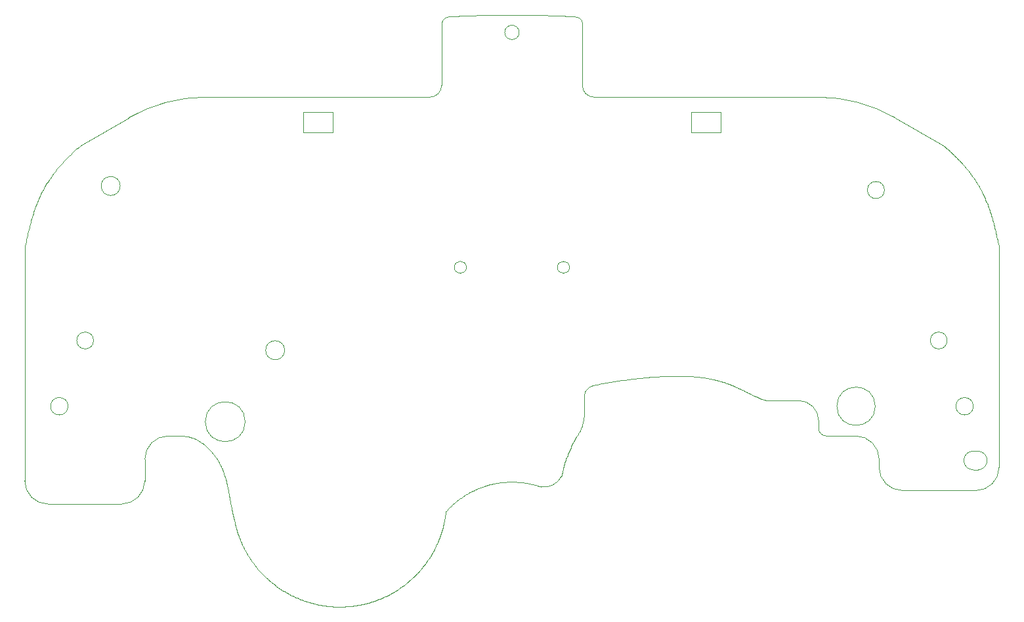
<source format=gbr>
%TF.GenerationSoftware,KiCad,Pcbnew,7.0.6*%
%TF.CreationDate,2023-12-15T21:48:44-08:00*%
%TF.ProjectId,UGC_Main,5547435f-4d61-4696-9e2e-6b696361645f,rev?*%
%TF.SameCoordinates,Original*%
%TF.FileFunction,Profile,NP*%
%FSLAX46Y46*%
G04 Gerber Fmt 4.6, Leading zero omitted, Abs format (unit mm)*
G04 Created by KiCad (PCBNEW 7.0.6) date 2023-12-15 21:48:44*
%MOMM*%
%LPD*%
G01*
G04 APERTURE LIST*
%TA.AperFunction,Profile*%
%ADD10C,0.100000*%
%TD*%
%ADD11C,0.100000*%
G04 APERTURE END LIST*
D10*
X212612482Y-116484400D02*
G75*
G03*
X212612482Y-116484400I-778825J0D01*
G01*
D11*
X210985240Y-84058545D02*
X210883023Y-84064412D01*
X210781126Y-84070379D01*
X210679540Y-84076449D01*
X210578255Y-84082623D01*
X210477263Y-84088904D01*
X210376553Y-84095293D01*
X210336346Y-84097880D01*
X228450425Y-131941646D02*
X228361433Y-132005745D01*
X228277543Y-132076015D01*
X228199064Y-132152145D01*
X228126309Y-132233826D01*
X228059589Y-132320747D01*
X228038744Y-132350833D01*
D10*
X278321867Y-145316467D02*
G75*
G03*
X281321867Y-142316480I33J2999967D01*
G01*
X265841120Y-142316480D02*
G75*
G03*
X268841150Y-145316480I2999980J-20D01*
G01*
X222251395Y-144849219D02*
G75*
G03*
X224868705Y-143478091I366605J2483819D01*
G01*
D11*
X209475667Y-84716150D02*
X209522759Y-84617209D01*
X209580250Y-84524222D01*
X209647594Y-84438011D01*
X209689065Y-84393349D01*
X209985538Y-84186097D02*
X210080691Y-84148418D01*
X210178997Y-84120708D01*
X210279675Y-84103163D01*
X210336346Y-84097880D01*
D10*
X219408657Y-86139125D02*
G75*
G03*
X219408657Y-86139125I-925000J0D01*
G01*
D11*
X218483657Y-83889125D02*
X218599369Y-83889146D01*
X218715142Y-83889211D01*
X218830973Y-83889322D01*
X218946856Y-83889481D01*
X219062787Y-83889689D01*
X219178763Y-83889947D01*
X219294778Y-83890259D01*
X219410828Y-83890624D01*
X219526909Y-83891046D01*
X219643017Y-83891526D01*
X219759147Y-83892065D01*
X219875296Y-83892666D01*
X219991457Y-83893330D01*
X220107629Y-83894059D01*
X220223805Y-83894854D01*
X220339982Y-83895718D01*
X220456155Y-83896652D01*
X220572320Y-83897657D01*
X220688473Y-83898736D01*
X220804609Y-83899891D01*
X220920724Y-83901122D01*
X221036814Y-83902433D01*
X221152874Y-83903824D01*
X221268900Y-83905297D01*
X221384888Y-83906854D01*
X221500834Y-83908497D01*
X221616732Y-83910227D01*
X221732579Y-83912047D01*
X221848370Y-83913957D01*
X221964102Y-83915961D01*
X222079769Y-83918058D01*
X222195368Y-83920253D01*
D10*
X227566517Y-92997189D02*
X227566517Y-85095801D01*
X257941670Y-94497189D02*
X229066517Y-94497189D01*
X225912482Y-116484400D02*
G75*
G03*
X225912482Y-116484400I-778825J0D01*
G01*
D11*
X277698333Y-104472377D02*
X277779926Y-104583492D01*
X277859560Y-104693757D01*
X277937268Y-104803167D01*
X278013084Y-104911719D01*
X278087041Y-105019408D01*
X278159175Y-105126230D01*
X278229517Y-105232182D01*
X278298103Y-105337260D01*
X278364965Y-105441460D01*
X278430138Y-105544779D01*
X278493655Y-105647211D01*
X278555551Y-105748754D01*
X278615857Y-105849403D01*
X278674610Y-105949155D01*
X278731842Y-106048006D01*
X278787587Y-106145951D01*
X278841878Y-106242988D01*
X278894750Y-106339112D01*
X278946237Y-106434319D01*
X278996371Y-106528605D01*
X279045187Y-106621968D01*
X279092719Y-106714401D01*
X279139000Y-106805903D01*
X279184064Y-106896469D01*
X279270676Y-107074777D01*
X279352826Y-107249295D01*
X279430783Y-107419991D01*
X279504817Y-107586835D01*
X228038744Y-132350833D02*
X227979905Y-132445396D01*
X227928310Y-132543927D01*
X227884158Y-132646010D01*
X227847648Y-132751231D01*
X181179744Y-142700619D02*
X181114439Y-142559180D01*
X181054115Y-142429426D01*
X180998421Y-142310588D01*
X180947009Y-142201896D01*
X180899529Y-142102581D01*
X180855634Y-142011872D01*
X180795747Y-141890262D01*
X180741961Y-141783688D01*
X180693098Y-141689552D01*
X180633569Y-141578895D01*
X180577908Y-141479575D01*
X180537020Y-141408821D01*
X177575211Y-138627852D02*
X177454684Y-138584496D01*
X177343350Y-138545219D01*
X177239918Y-138509748D01*
X177143096Y-138477810D01*
X177007437Y-138435933D01*
X176879394Y-138400471D01*
X176754610Y-138370506D01*
X176628731Y-138345118D01*
X176497401Y-138323385D01*
X176356264Y-138304388D01*
X176254574Y-138292790D01*
X176145298Y-138281725D01*
X176027148Y-138270923D01*
X182699386Y-149273620D02*
X182720528Y-149375346D01*
X182742753Y-149478286D01*
X182766093Y-149582442D01*
X182790585Y-149687817D01*
D10*
X158645447Y-147066480D02*
X168126164Y-147066480D01*
X277983657Y-140231170D02*
G75*
G03*
X277983657Y-142637630I43J-1203230D01*
G01*
D11*
X226904305Y-138215947D02*
X226957241Y-138129562D01*
X227010725Y-138043516D01*
X227017898Y-138032070D01*
X218746843Y-144205999D02*
X218641104Y-144204032D01*
X218535396Y-144203055D01*
X218486620Y-144202937D01*
D10*
X277983657Y-140231170D02*
X278583657Y-140231170D01*
X274119567Y-100731685D02*
X267916864Y-97162383D01*
X207900797Y-94497189D02*
X179025644Y-94497189D01*
D11*
X183592474Y-152072652D02*
X183638289Y-152175278D01*
X183684931Y-152277518D01*
X183732398Y-152379368D01*
X183780687Y-152480824D01*
X183829798Y-152581881D01*
X183879726Y-152682535D01*
X183930470Y-152782783D01*
X183982028Y-152882620D01*
X184034398Y-152982041D01*
X184087577Y-153081044D01*
X184123479Y-153146811D01*
D10*
X207900797Y-94497197D02*
G75*
G03*
X209400797Y-92997189I3J1499997D01*
G01*
X191583657Y-99034400D02*
X191583657Y-96434400D01*
X251641099Y-133700615D02*
X255464183Y-133700615D01*
D11*
X214350983Y-144966617D02*
X214228978Y-145014715D01*
X214107600Y-145064201D01*
X213986859Y-145115068D01*
X213866766Y-145167308D01*
X213747333Y-145220915D01*
X213628570Y-145275883D01*
X213510490Y-145332203D01*
X213393103Y-145389870D01*
X213276420Y-145448875D01*
X213160453Y-145509214D01*
X213045213Y-145570877D01*
X212930711Y-145633860D01*
X212816958Y-145698154D01*
X212703966Y-145763752D01*
X212591746Y-145830649D01*
X212480309Y-145898837D01*
X212369666Y-145968308D01*
X212259829Y-146039057D01*
X212150809Y-146111076D01*
X212042616Y-146184359D01*
X211935263Y-146258898D01*
X211828760Y-146334686D01*
X211723119Y-146411718D01*
X211618351Y-146489985D01*
X211514467Y-146569481D01*
X211411478Y-146650199D01*
X211309396Y-146732132D01*
X211208232Y-146815273D01*
X211107997Y-146899615D01*
X211008702Y-146985152D01*
X210910359Y-147071877D01*
X210812979Y-147159782D01*
D10*
X278583657Y-142637630D02*
X277983657Y-142637630D01*
D11*
X182194110Y-146945036D02*
X182166386Y-146788777D01*
X182140918Y-146645267D01*
X182117555Y-146513655D01*
X182096143Y-146393095D01*
X182076529Y-146282737D01*
X182058562Y-146181732D01*
X182034364Y-146045908D01*
X182013012Y-145926357D01*
X181993990Y-145820214D01*
X181971364Y-145694601D01*
X181950744Y-145580946D01*
X181935863Y-145499471D01*
D10*
X267916872Y-97162369D02*
G75*
G03*
X257941670Y-94497189I-9975172J-17334831D01*
G01*
D11*
X218486620Y-144202937D02*
X218354117Y-144203119D01*
X218221694Y-144204853D01*
X218089361Y-144208135D01*
X217957134Y-144212963D01*
X217825025Y-144219335D01*
X217693047Y-144227249D01*
X217561213Y-144236702D01*
X217429537Y-144247691D01*
X217298032Y-144260216D01*
X217166711Y-144274273D01*
X217035588Y-144289860D01*
X216904675Y-144306975D01*
X216773986Y-144325615D01*
X216643534Y-144345779D01*
X216513332Y-144367464D01*
X216383393Y-144390668D01*
X216253731Y-144415388D01*
X216124359Y-144441622D01*
X215995290Y-144469369D01*
X215866537Y-144498624D01*
X215738114Y-144529388D01*
X215610033Y-144561656D01*
X215482309Y-144595427D01*
X215354953Y-144630699D01*
X215227980Y-144667469D01*
X215101402Y-144705734D01*
X214975233Y-144745494D01*
X214849486Y-144786745D01*
X214724174Y-144829485D01*
X214599311Y-144873712D01*
X214474909Y-144919423D01*
X214350983Y-144966617D01*
X237399724Y-130596286D02*
X237630198Y-130583368D01*
X237861004Y-130571549D01*
X238092069Y-130560881D01*
X238323322Y-130551420D01*
X238554693Y-130543220D01*
X238786109Y-130536335D01*
X239017500Y-130530818D01*
X239248794Y-130526725D01*
X239479920Y-130524108D01*
X239710807Y-130523024D01*
X239941384Y-130523524D01*
X240171579Y-130525665D01*
X240401321Y-130529500D01*
X240630539Y-130535083D01*
X240859161Y-130542468D01*
X241087117Y-130551710D01*
X241314335Y-130562863D01*
X241540744Y-130575980D01*
X241766272Y-130591117D01*
X241990849Y-130608327D01*
X242214403Y-130627664D01*
X242436863Y-130649183D01*
X242658157Y-130672938D01*
X242878215Y-130698982D01*
X243096965Y-130727371D01*
X243314336Y-130758158D01*
X243530256Y-130791398D01*
X243744655Y-130827145D01*
X243957461Y-130865452D01*
X244168602Y-130906375D01*
X244378009Y-130949966D01*
X244585609Y-130996282D01*
X195095996Y-160287545D02*
X195262159Y-160300502D01*
X195428372Y-160311443D01*
X195594618Y-160320369D01*
X195760879Y-160327282D01*
X195927135Y-160332184D01*
X196093371Y-160335078D01*
X196259567Y-160335965D01*
X196425705Y-160334847D01*
X196591768Y-160331727D01*
X196757738Y-160326605D01*
X196923596Y-160319485D01*
X197089326Y-160310368D01*
X197254908Y-160299256D01*
X197420324Y-160286151D01*
X197585558Y-160271056D01*
X197750591Y-160253971D01*
X197915405Y-160234900D01*
X198079982Y-160213843D01*
X198244304Y-160190804D01*
X198408353Y-160165784D01*
X198572111Y-160138784D01*
X198735561Y-160109808D01*
X198898683Y-160078857D01*
X199061461Y-160045933D01*
X199223877Y-160011038D01*
X199385912Y-159974174D01*
X199547548Y-159935343D01*
X199708768Y-159894546D01*
X199869553Y-159851787D01*
X200029886Y-159807067D01*
X200189749Y-159760387D01*
X200349124Y-159711751D01*
X210812979Y-147159782D02*
X210737958Y-147228920D01*
X210663597Y-147298702D01*
X210589897Y-147369125D01*
X210516864Y-147440182D01*
X210444500Y-147511869D01*
X210372809Y-147584180D01*
X210301795Y-147657111D01*
X210231462Y-147730657D01*
X227782036Y-135375479D02*
X227780308Y-135506907D01*
X227775131Y-135638147D01*
X227766515Y-135769131D01*
X227754469Y-135899792D01*
X227739002Y-136030062D01*
X227720124Y-136159874D01*
X227697845Y-136289161D01*
X227672174Y-136417855D01*
X227643120Y-136545889D01*
X227610693Y-136673196D01*
X227587206Y-136757631D01*
D10*
X171126164Y-144066480D02*
X171126164Y-141270923D01*
D11*
X222195368Y-83920253D02*
X222313975Y-83922607D01*
X222432577Y-83925067D01*
X222551172Y-83927635D01*
X222669759Y-83930314D01*
X222788336Y-83933105D01*
X222906902Y-83936010D01*
X223025457Y-83939032D01*
X223143999Y-83942172D01*
X223262527Y-83945434D01*
X223381039Y-83948817D01*
X223499535Y-83952326D01*
X223618013Y-83955962D01*
X223736473Y-83959727D01*
X223854912Y-83963623D01*
X223973331Y-83967652D01*
X224091727Y-83971816D01*
X224210099Y-83976118D01*
X224328447Y-83980559D01*
X224446769Y-83985141D01*
X224565065Y-83989868D01*
X224683332Y-83994740D01*
X224801569Y-83999759D01*
X224919776Y-84004929D01*
X225037952Y-84010251D01*
X225156094Y-84015726D01*
X225274203Y-84021358D01*
X225392276Y-84027148D01*
X225510313Y-84033098D01*
X225628312Y-84039211D01*
X225746273Y-84045488D01*
X225864194Y-84051932D01*
X225982074Y-84058545D01*
X228986631Y-131719390D02*
X229237865Y-131669375D01*
X229490005Y-131620094D01*
X229743034Y-131571569D01*
X229996938Y-131523823D01*
X230251702Y-131476879D01*
X230507310Y-131430760D01*
X230763747Y-131385489D01*
X231020998Y-131341089D01*
X231279047Y-131297583D01*
X231537881Y-131254993D01*
X231797482Y-131213343D01*
X232057837Y-131172655D01*
X232318930Y-131132953D01*
X232580745Y-131094258D01*
X232843269Y-131056595D01*
X233106485Y-131019986D01*
X233370378Y-130984454D01*
X233634933Y-130950022D01*
X233900135Y-130916713D01*
X234165969Y-130884549D01*
X234432419Y-130853554D01*
X234699471Y-130823750D01*
X234967109Y-130795161D01*
X235235318Y-130767809D01*
X235504082Y-130741717D01*
X235773388Y-130716909D01*
X236043219Y-130693406D01*
X236313560Y-130671232D01*
X236584396Y-130650411D01*
X236855712Y-130630964D01*
X237127493Y-130612914D01*
X237399724Y-130596286D01*
D10*
X179025644Y-94497200D02*
G75*
G03*
X169050450Y-97162384I-44J-19999900D01*
G01*
X258039177Y-137270923D02*
G75*
G03*
X259039183Y-138270923I1000023J23D01*
G01*
X184078131Y-136425615D02*
G75*
G03*
X184078131Y-136425615I-2575000J0D01*
G01*
X174126164Y-138270923D02*
X176027148Y-138270923D01*
D11*
X180537020Y-141408821D02*
X180448991Y-141281031D01*
X180367817Y-141163912D01*
X180293026Y-141056764D01*
X180224147Y-140958892D01*
X180160709Y-140869599D01*
X180102240Y-140788187D01*
X180022824Y-140679324D01*
X179951938Y-140584274D01*
X179887991Y-140500685D01*
X179810775Y-140402998D01*
X179739297Y-140315931D01*
X179687188Y-140254247D01*
X222251397Y-144849207D02*
X222145727Y-144812439D01*
X222039729Y-144776730D01*
X221933411Y-144742081D01*
X221826780Y-144708493D01*
X221719846Y-144675968D01*
X221612615Y-144644509D01*
X221505097Y-144614116D01*
X221397298Y-144584791D01*
X221289227Y-144556537D01*
X221180892Y-144529354D01*
X221072300Y-144503245D01*
X220963461Y-144478211D01*
X220854381Y-144454254D01*
X220745068Y-144431376D01*
X220635532Y-144409578D01*
X220525779Y-144388863D01*
X220415818Y-144369231D01*
X220305657Y-144350686D01*
X220195304Y-144333227D01*
X220084766Y-144316857D01*
X219974052Y-144301579D01*
X219863169Y-144287393D01*
X219752126Y-144274301D01*
X219640931Y-144262305D01*
X219529591Y-144251406D01*
X219418115Y-144241608D01*
X219306511Y-144232910D01*
X219194786Y-144225315D01*
X219082949Y-144218825D01*
X218971007Y-144213441D01*
X218858969Y-144209165D01*
X218746843Y-144205999D01*
X224868706Y-143478091D02*
X224903961Y-143304379D01*
X224941090Y-143131058D01*
X224980090Y-142958148D01*
X225020954Y-142785671D01*
X225063680Y-142613646D01*
X225108262Y-142442095D01*
X225154696Y-142271038D01*
X225202977Y-142100496D01*
X225253102Y-141930490D01*
X225305065Y-141761040D01*
X225358861Y-141592168D01*
X225414488Y-141423894D01*
X225471939Y-141256239D01*
X225531211Y-141089223D01*
X225592299Y-140922867D01*
X225655198Y-140757193D01*
X225719905Y-140592220D01*
X225786414Y-140427970D01*
X225854721Y-140264463D01*
X225924822Y-140101720D01*
X225996712Y-139939762D01*
X226070387Y-139778609D01*
X226145842Y-139618282D01*
X226223072Y-139458803D01*
X226302074Y-139300191D01*
X226382843Y-139142467D01*
X226465374Y-138985653D01*
X226549662Y-138829769D01*
X226635704Y-138674835D01*
X226723495Y-138520873D01*
X226813030Y-138367903D01*
X226904305Y-138215947D01*
D10*
X174126164Y-138270964D02*
G75*
G03*
X171126164Y-141270923I-64J-2999936D01*
G01*
D11*
X225982074Y-84058545D02*
X226084290Y-84064412D01*
X226186187Y-84070379D01*
X226287773Y-84076449D01*
X226389058Y-84082623D01*
X226490050Y-84088904D01*
X226590760Y-84095293D01*
X226630968Y-84097880D01*
D10*
X155645447Y-113970800D02*
X155645447Y-144066480D01*
D11*
X248977801Y-132718489D02*
X249081599Y-132771321D01*
X249184051Y-132823199D01*
X249285160Y-132874075D01*
X249384926Y-132923901D01*
X249483353Y-132972631D01*
X249580441Y-133020217D01*
X249676192Y-133066612D01*
X249770610Y-133111768D01*
X249863694Y-133155637D01*
X249955447Y-133198173D01*
X250134970Y-133279054D01*
X250309191Y-133354032D01*
X250478126Y-133422727D01*
X250641790Y-133484760D01*
X250800197Y-133539752D01*
X250953364Y-133587325D01*
X251101304Y-133627098D01*
X251244032Y-133658693D01*
X251381564Y-133681730D01*
X251513915Y-133695830D01*
X251641099Y-133700615D01*
X155645447Y-113970800D02*
X155700916Y-113694279D01*
X155756619Y-113421600D01*
X155812630Y-113152691D01*
X155869020Y-112887480D01*
X155925863Y-112625893D01*
X155983231Y-112367860D01*
X156041199Y-112113306D01*
X156099837Y-111862161D01*
X156159220Y-111614351D01*
X156219420Y-111369804D01*
X156280510Y-111128448D01*
X156342563Y-110890211D01*
X156405652Y-110655020D01*
X156469849Y-110422802D01*
X156535228Y-110193487D01*
X156601862Y-109967000D01*
X156669823Y-109743269D01*
X156739185Y-109522224D01*
X156810019Y-109303790D01*
X156882400Y-109087895D01*
X156956399Y-108874468D01*
X157032091Y-108663436D01*
X157109547Y-108454727D01*
X157188841Y-108248267D01*
X157270045Y-108043986D01*
X157353233Y-107841809D01*
X157438476Y-107641666D01*
X157525850Y-107443484D01*
X157615425Y-107247190D01*
X157707275Y-107052712D01*
X157801473Y-106859978D01*
X157898092Y-106668915D01*
X209900259Y-148421163D02*
X209913883Y-148321527D01*
X209927508Y-148221891D01*
X209941132Y-148122255D01*
X209954757Y-148022619D01*
X228986631Y-131719390D02*
X228879967Y-131744905D01*
X228775679Y-131778064D01*
X228674174Y-131818700D01*
X228575856Y-131866643D01*
X228481131Y-131921727D01*
X228450425Y-131941646D01*
D10*
X164519660Y-125934400D02*
G75*
G03*
X164519660Y-125934400I-1086003J0D01*
G01*
D11*
X178675042Y-139303544D02*
X178557277Y-139224759D01*
X178449017Y-139152877D01*
X178349626Y-139087463D01*
X178258466Y-139028083D01*
X178135773Y-138949375D01*
X178028025Y-138881796D01*
X177933076Y-138823879D01*
X177822680Y-138759149D01*
X177726135Y-138705507D01*
X177617183Y-138648748D01*
X177575211Y-138627852D01*
X227587206Y-136757631D02*
X227549214Y-136883460D01*
X227507960Y-137008156D01*
X227463472Y-137131654D01*
X227415776Y-137253893D01*
X227364902Y-137374812D01*
X227310875Y-137494347D01*
X227253725Y-137612437D01*
X227193479Y-137729021D01*
X227130165Y-137844035D01*
X227063810Y-137957418D01*
X227017898Y-138032070D01*
X205100270Y-157115775D02*
X205229860Y-157005732D01*
X205358010Y-156894163D01*
X205484708Y-156781082D01*
X205609942Y-156666506D01*
X205733701Y-156550449D01*
X205855971Y-156432926D01*
X205976740Y-156313952D01*
X206095998Y-156193542D01*
X206213731Y-156071712D01*
X206329928Y-155948476D01*
X206444577Y-155823849D01*
X206557665Y-155697847D01*
X206669180Y-155570485D01*
X206779111Y-155441777D01*
X206887446Y-155311739D01*
X206994171Y-155180386D01*
X207099276Y-155047733D01*
X207202748Y-154913794D01*
X207304576Y-154778586D01*
X207404746Y-154642123D01*
X207503247Y-154504420D01*
X207600068Y-154365492D01*
X207695195Y-154225355D01*
X207788618Y-154084023D01*
X207880323Y-153941512D01*
X207970299Y-153797836D01*
X208058533Y-153653011D01*
X208145015Y-153507051D01*
X208229731Y-153359972D01*
X208312669Y-153211789D01*
X208393818Y-153062517D01*
X208473166Y-152912172D01*
X274119567Y-100731685D02*
X274242238Y-100835463D01*
X274364513Y-100940165D01*
X274486361Y-101045781D01*
X274607754Y-101152305D01*
X274728659Y-101259728D01*
X274849047Y-101368044D01*
X274968888Y-101477244D01*
X275088151Y-101587321D01*
X275206806Y-101698267D01*
X275324822Y-101810075D01*
X275442170Y-101922737D01*
X275558819Y-102036245D01*
X275674738Y-102150591D01*
X275789898Y-102265769D01*
X275904268Y-102381770D01*
X276017818Y-102498587D01*
X276130517Y-102616212D01*
X276242335Y-102734638D01*
X276353242Y-102853856D01*
X276463208Y-102973860D01*
X276572202Y-103094642D01*
X276680194Y-103216193D01*
X276787153Y-103338507D01*
X276893050Y-103461575D01*
X276997854Y-103585391D01*
X277101535Y-103709946D01*
X277204062Y-103835232D01*
X277305405Y-103961243D01*
X277405534Y-104087971D01*
X277504418Y-104215407D01*
X277602028Y-104343545D01*
X277698333Y-104472377D01*
X190208787Y-158941441D02*
X190352769Y-159010583D01*
X190497466Y-159078022D01*
X190642864Y-159143754D01*
X190788946Y-159207775D01*
X190935698Y-159270079D01*
X191083105Y-159330663D01*
X191231151Y-159389522D01*
X191379822Y-159446652D01*
X191529102Y-159502048D01*
X191678977Y-159555706D01*
X191829430Y-159607622D01*
X191980448Y-159657791D01*
X192132015Y-159706208D01*
X192284116Y-159752870D01*
X192436735Y-159797772D01*
X192589858Y-159840909D01*
X192743469Y-159882277D01*
X192897554Y-159921872D01*
X193052098Y-159959690D01*
X193207084Y-159995725D01*
X193362499Y-160029974D01*
X193518326Y-160062432D01*
X193674552Y-160093095D01*
X193831160Y-160121958D01*
X193988136Y-160149017D01*
X194145465Y-160174267D01*
X194303131Y-160197705D01*
X194461120Y-160219325D01*
X194619416Y-160239123D01*
X194778003Y-160257096D01*
X194936869Y-160273238D01*
X195095996Y-160287545D01*
D10*
X167952061Y-105977799D02*
G75*
G03*
X167952061Y-105977799I-1225000J0D01*
G01*
D11*
X182483002Y-148399454D02*
X182450569Y-148242420D01*
X182420891Y-148098183D01*
X182393787Y-147965890D01*
X182369080Y-147844689D01*
X182346588Y-147733726D01*
X182326133Y-147632150D01*
X182298877Y-147495519D01*
X182275193Y-147375211D01*
X182254476Y-147268347D01*
X182230422Y-147141802D01*
X182209130Y-147027222D01*
X182194110Y-146945036D01*
X244585609Y-130996282D02*
X244745645Y-131034298D01*
X244904303Y-131074112D01*
X245061572Y-131115647D01*
X245217445Y-131158824D01*
X245371911Y-131203566D01*
X245524962Y-131249795D01*
X245676589Y-131297432D01*
X245826782Y-131346401D01*
X245975533Y-131396623D01*
X246122832Y-131448020D01*
X246268671Y-131500514D01*
X246413040Y-131554029D01*
X246555930Y-131608484D01*
X246697332Y-131663804D01*
X246837238Y-131719909D01*
X246975637Y-131776723D01*
X247112521Y-131834167D01*
X247247881Y-131892163D01*
X247381708Y-131950633D01*
X247513992Y-132009500D01*
X247644725Y-132068686D01*
X247773898Y-132128112D01*
X247901501Y-132187701D01*
X248027525Y-132247376D01*
X248151962Y-132307057D01*
X248274802Y-132366668D01*
X248396036Y-132426131D01*
X248515655Y-132485367D01*
X248633650Y-132544298D01*
X248750012Y-132602848D01*
X248864732Y-132660937D01*
X248977801Y-132718489D01*
X182790585Y-149687817D02*
X182827651Y-149840531D01*
X182866480Y-149992820D01*
X182907066Y-150144671D01*
X182949405Y-150296070D01*
X182993493Y-150447004D01*
X183039323Y-150597458D01*
X183086892Y-150747420D01*
X183136195Y-150896875D01*
X183187227Y-151045810D01*
X183239984Y-151194212D01*
X183294460Y-151342066D01*
X183350652Y-151489359D01*
X183408554Y-151636078D01*
X183468161Y-151782209D01*
X183529469Y-151927738D01*
X183592474Y-152072652D01*
D10*
X241583657Y-99034400D02*
X241583657Y-96434400D01*
D11*
X208591238Y-152679727D02*
X208651851Y-152556001D01*
X208711203Y-152431723D01*
X208769290Y-152306902D01*
X208826109Y-152181548D01*
X208881657Y-152055671D01*
X208935931Y-151929280D01*
X208988929Y-151802385D01*
X209040647Y-151674996D01*
X209091081Y-151547123D01*
X209140230Y-151418776D01*
X209188089Y-151289964D01*
X209234656Y-151160698D01*
X209279929Y-151030986D01*
X209323902Y-150900839D01*
X209366575Y-150770267D01*
X209407943Y-150639279D01*
X209448004Y-150507885D01*
X209486755Y-150376096D01*
X209524192Y-150243920D01*
X209560313Y-150111367D01*
X209595114Y-149978449D01*
X209628592Y-149845173D01*
X209660745Y-149711550D01*
X209691569Y-149577590D01*
X209721062Y-149443302D01*
X209749219Y-149308697D01*
X209776039Y-149173784D01*
X209801518Y-149038573D01*
X209825654Y-148903074D01*
X209848442Y-148767296D01*
X209869880Y-148631250D01*
X209889966Y-148494945D01*
D10*
X258039183Y-136275615D02*
X258039183Y-137270923D01*
X277990726Y-134427260D02*
G75*
G03*
X277990726Y-134427260I-1125000J0D01*
G01*
X265841150Y-141270923D02*
X265841150Y-142316480D01*
X259039183Y-138270923D02*
X262841150Y-138270923D01*
X268841150Y-145316480D02*
X278321867Y-145316480D01*
D11*
X184123478Y-153146811D02*
X184179080Y-153246841D01*
X184235511Y-153346427D01*
X184292767Y-153445561D01*
X184350846Y-153544240D01*
X184409747Y-153642457D01*
X184469466Y-153740209D01*
X184530003Y-153837490D01*
X184591354Y-153934295D01*
X184653518Y-154030619D01*
X184716492Y-154126457D01*
X184780275Y-154221805D01*
X184844863Y-154316656D01*
X184910256Y-154411006D01*
X184976451Y-154504850D01*
X185043446Y-154598183D01*
X185111238Y-154691000D01*
X185179826Y-154783296D01*
X185249207Y-154875066D01*
X185319379Y-154966305D01*
X185390340Y-155057007D01*
X185462088Y-155147169D01*
X185534621Y-155236784D01*
X185607937Y-155325848D01*
X185682033Y-155414355D01*
X185756908Y-155502302D01*
X185832558Y-155589682D01*
X185908983Y-155676491D01*
X185986180Y-155762724D01*
X186064147Y-155848375D01*
X186142881Y-155933440D01*
X186222380Y-156017913D01*
X186302644Y-156101791D01*
D10*
X161226588Y-134427260D02*
G75*
G03*
X161226588Y-134427260I-1125000J0D01*
G01*
D11*
X181625738Y-144076594D02*
X181580889Y-143926920D01*
X181539426Y-143789534D01*
X181501107Y-143663620D01*
X181465692Y-143548365D01*
X181432942Y-143442957D01*
X181402614Y-143346581D01*
X181361142Y-143217172D01*
X181323769Y-143103511D01*
X181289686Y-143002850D01*
X181247956Y-142884113D01*
X181208708Y-142777100D01*
X181179744Y-142700619D01*
D10*
X189165264Y-127191002D02*
G75*
G03*
X189165264Y-127191002I-1225000J0D01*
G01*
X209400797Y-85095801D02*
X209400797Y-92997189D01*
D11*
X210231462Y-147730657D02*
X210162285Y-147803647D01*
X210093109Y-147876637D01*
X210023933Y-147949628D01*
X209954757Y-148022619D01*
X279504817Y-107586835D02*
X279574430Y-107748074D01*
X279642758Y-107910689D01*
X279709845Y-108074790D01*
X279775737Y-108240484D01*
X279840481Y-108407883D01*
X279904122Y-108577093D01*
X279966705Y-108748226D01*
X280028278Y-108921391D01*
X280088884Y-109096696D01*
X280148572Y-109274250D01*
X280207386Y-109454164D01*
X280265372Y-109636546D01*
X280322576Y-109821506D01*
X280379043Y-110009152D01*
X280434821Y-110199595D01*
X280489954Y-110392943D01*
X280544489Y-110589306D01*
X280598471Y-110788792D01*
X280651946Y-110991512D01*
X280704961Y-111197574D01*
X280757560Y-111407088D01*
X280809789Y-111620163D01*
X280861696Y-111836908D01*
X280913325Y-112057432D01*
X280964722Y-112281846D01*
X281015933Y-112510257D01*
X281067005Y-112742775D01*
X281117982Y-112979510D01*
X281168911Y-113220571D01*
X281219837Y-113466066D01*
X281270807Y-113716106D01*
X281321867Y-113970800D01*
D10*
X245383657Y-96434400D02*
X245383657Y-99034400D01*
X281321867Y-142316480D02*
X281321867Y-113970800D01*
X227566511Y-92997189D02*
G75*
G03*
X229066517Y-94497189I1499989J-11D01*
G01*
X258039185Y-136275615D02*
G75*
G03*
X255464183Y-133700615I-2574985J15D01*
G01*
D11*
X209400797Y-85095801D02*
X209406800Y-84986389D01*
X209424684Y-84878536D01*
X209454256Y-84773213D01*
X209475667Y-84716150D01*
X157898092Y-106668915D02*
X157956020Y-106557415D01*
X158018481Y-106439679D01*
X158085645Y-106315851D01*
X158157684Y-106186078D01*
X158234768Y-106050506D01*
X158317069Y-105909281D01*
X158404757Y-105762549D01*
X158498002Y-105610455D01*
X158596977Y-105453147D01*
X158701852Y-105290770D01*
X158812798Y-105123471D01*
X158929986Y-104951394D01*
X159053586Y-104774687D01*
X159183770Y-104593496D01*
X159320708Y-104407965D01*
X159464573Y-104218243D01*
X159615533Y-104024474D01*
X159773761Y-103826804D01*
X159939427Y-103625380D01*
X160112703Y-103420348D01*
X160293759Y-103211854D01*
X160482765Y-103000043D01*
X160679894Y-102785063D01*
X160885316Y-102567058D01*
X161099202Y-102346176D01*
X161321722Y-102122562D01*
X161553048Y-101896361D01*
X161793351Y-101667721D01*
X162042801Y-101436788D01*
X162301570Y-101203706D01*
X162569828Y-100968623D01*
X162847747Y-100731685D01*
D10*
X169050450Y-97162383D02*
X162847747Y-100731685D01*
X195383657Y-96434400D02*
X195383657Y-99034400D01*
D11*
X227501093Y-84740036D02*
X227532560Y-84837420D01*
X227553877Y-84937308D01*
X227564897Y-85038908D01*
X227566517Y-85095801D01*
D10*
X168126164Y-147066464D02*
G75*
G03*
X171126164Y-144066480I36J2999964D01*
G01*
X195383657Y-99034400D02*
X191583657Y-99034400D01*
D11*
X182699386Y-149273620D02*
X182670679Y-149164321D01*
X182642447Y-149055031D01*
X182614688Y-148945748D01*
X182587403Y-148836474D01*
X182560592Y-148727207D01*
X182534255Y-148617948D01*
X182508391Y-148508697D01*
X182483002Y-148399454D01*
D10*
X227782036Y-135375479D02*
X227782036Y-133190014D01*
X241583657Y-96434400D02*
X245383657Y-96434400D01*
D11*
X227313380Y-84430823D02*
X227377435Y-84510641D01*
X227432894Y-84596410D01*
X227479338Y-84687441D01*
X227501093Y-84740036D01*
D10*
X245383657Y-99034400D02*
X241583657Y-99034400D01*
D11*
X227005004Y-84197063D02*
X227100703Y-84250434D01*
X227189792Y-84313798D01*
X227271482Y-84386559D01*
X227313380Y-84430823D01*
D10*
X155645420Y-144066480D02*
G75*
G03*
X158645447Y-147066480I3000080J80D01*
G01*
D11*
X209889966Y-148494945D02*
X209900259Y-148421163D01*
X218483657Y-83889125D02*
X218367944Y-83889146D01*
X218252171Y-83889211D01*
X218136340Y-83889322D01*
X218020457Y-83889481D01*
X217904526Y-83889689D01*
X217788550Y-83889947D01*
X217672535Y-83890259D01*
X217556485Y-83890624D01*
X217440404Y-83891046D01*
X217324296Y-83891526D01*
X217208166Y-83892065D01*
X217092017Y-83892666D01*
X216975856Y-83893330D01*
X216859684Y-83894059D01*
X216743508Y-83894854D01*
X216627332Y-83895718D01*
X216511158Y-83896652D01*
X216394993Y-83897657D01*
X216278840Y-83898736D01*
X216162704Y-83899891D01*
X216046589Y-83901122D01*
X215930499Y-83902433D01*
X215814439Y-83903824D01*
X215698413Y-83905297D01*
X215582425Y-83906854D01*
X215466479Y-83908497D01*
X215350581Y-83910227D01*
X215234734Y-83912047D01*
X215118943Y-83913957D01*
X215003211Y-83915961D01*
X214887544Y-83918058D01*
X214771946Y-83920253D01*
D10*
X265340726Y-134427260D02*
G75*
G03*
X265340726Y-134427260I-2475000J0D01*
G01*
X266533657Y-106494400D02*
G75*
G03*
X266533657Y-106494400I-1100000J0D01*
G01*
D11*
X181935863Y-145499471D02*
X181904209Y-145345309D01*
X181874992Y-145203754D01*
X181848039Y-145073966D01*
X181823181Y-144955109D01*
X181800244Y-144846345D01*
X181779058Y-144746836D01*
X181750185Y-144613096D01*
X181724286Y-144495472D01*
X181700782Y-144391136D01*
X181672169Y-144267809D01*
X181645412Y-144156383D01*
X181625738Y-144076594D01*
X186302644Y-156101791D02*
X186408789Y-156210602D01*
X186516070Y-156318203D01*
X186624475Y-156424585D01*
X186733995Y-156529739D01*
X186844617Y-156633657D01*
X186956331Y-156736331D01*
X187069127Y-156837751D01*
X187182993Y-156937911D01*
X187297919Y-157036801D01*
X187413894Y-157134412D01*
X187530907Y-157230737D01*
X187648947Y-157325767D01*
X187768003Y-157419494D01*
X187888065Y-157511908D01*
X188009121Y-157603003D01*
X188131162Y-157692769D01*
X188254175Y-157781197D01*
X188378151Y-157868280D01*
X188503078Y-157954009D01*
X188628946Y-158038376D01*
X188755744Y-158121372D01*
X188883460Y-158202988D01*
X189012085Y-158283217D01*
X189141607Y-158362050D01*
X189272015Y-158439478D01*
X189403299Y-158515493D01*
X189535448Y-158590087D01*
X189668451Y-158663251D01*
X189802297Y-158734977D01*
X189936976Y-158805256D01*
X190072476Y-158874080D01*
X190208787Y-158941441D01*
X214771946Y-83920253D02*
X214653338Y-83922607D01*
X214534736Y-83925067D01*
X214416141Y-83927635D01*
X214297554Y-83930314D01*
X214178977Y-83933105D01*
X214060411Y-83936010D01*
X213941856Y-83939032D01*
X213823314Y-83942172D01*
X213704786Y-83945434D01*
X213586274Y-83948817D01*
X213467778Y-83952326D01*
X213349300Y-83955962D01*
X213230840Y-83959727D01*
X213112401Y-83963623D01*
X212993982Y-83967652D01*
X212875586Y-83971816D01*
X212757214Y-83976118D01*
X212638866Y-83980559D01*
X212520544Y-83985141D01*
X212402248Y-83989868D01*
X212283981Y-83994740D01*
X212165744Y-83999759D01*
X212047537Y-84004929D01*
X211929361Y-84010251D01*
X211811219Y-84015726D01*
X211693110Y-84021358D01*
X211575037Y-84027148D01*
X211457000Y-84033098D01*
X211339001Y-84039211D01*
X211221040Y-84045488D01*
X211103119Y-84051932D01*
X210985240Y-84058545D01*
X200349124Y-159711751D02*
X200511877Y-159659895D01*
X200673880Y-159606057D01*
X200835115Y-159550245D01*
X200995567Y-159492469D01*
X201155217Y-159432739D01*
X201314048Y-159371064D01*
X201472044Y-159307454D01*
X201629187Y-159241917D01*
X201785460Y-159174464D01*
X201940846Y-159105104D01*
X202095327Y-159033846D01*
X202248888Y-158960699D01*
X202401510Y-158885674D01*
X202553176Y-158808779D01*
X202703870Y-158730024D01*
X202853575Y-158649419D01*
X203002272Y-158566973D01*
X203149945Y-158482695D01*
X203296578Y-158396595D01*
X203442152Y-158308682D01*
X203586650Y-158218966D01*
X203730057Y-158127456D01*
X203872353Y-158034162D01*
X204013523Y-157939093D01*
X204153550Y-157842258D01*
X204292415Y-157743667D01*
X204430102Y-157643330D01*
X204566595Y-157541255D01*
X204701874Y-157437453D01*
X204835925Y-157331933D01*
X204968729Y-157224703D01*
X205100270Y-157115775D01*
X179687188Y-140254247D02*
X179580399Y-140147108D01*
X179482094Y-140049071D01*
X179391698Y-139959546D01*
X179308637Y-139877949D01*
X179232336Y-139803692D01*
X179129306Y-139704786D01*
X179038258Y-139619096D01*
X178957255Y-139544641D01*
X178861526Y-139459425D01*
X178775617Y-139385971D01*
X178694934Y-139319585D01*
X178675042Y-139303544D01*
D10*
X191583657Y-96434400D02*
X195383657Y-96434400D01*
D11*
X208473166Y-152912172D02*
X208521673Y-152817990D01*
X208569440Y-152723467D01*
X208591238Y-152679727D01*
X209689065Y-84393349D02*
X209764589Y-84324282D01*
X209846605Y-84263411D01*
X209934455Y-84211195D01*
X209985538Y-84186097D01*
X226630968Y-84097880D02*
X226739765Y-84110922D01*
X226846240Y-84135720D01*
X226949439Y-84172019D01*
X227005004Y-84197063D01*
D10*
X278583657Y-142637630D02*
G75*
G03*
X278583657Y-140231170I43J1203230D01*
G01*
X265841177Y-141270923D02*
G75*
G03*
X262841150Y-138270923I-2999977J23D01*
G01*
X274619660Y-125934400D02*
G75*
G03*
X274619660Y-125934400I-1086003J0D01*
G01*
D11*
X227847648Y-132751231D02*
X227819044Y-132858869D01*
X227798529Y-132968183D01*
X227786170Y-133078716D01*
X227782036Y-133190014D01*
M02*

</source>
